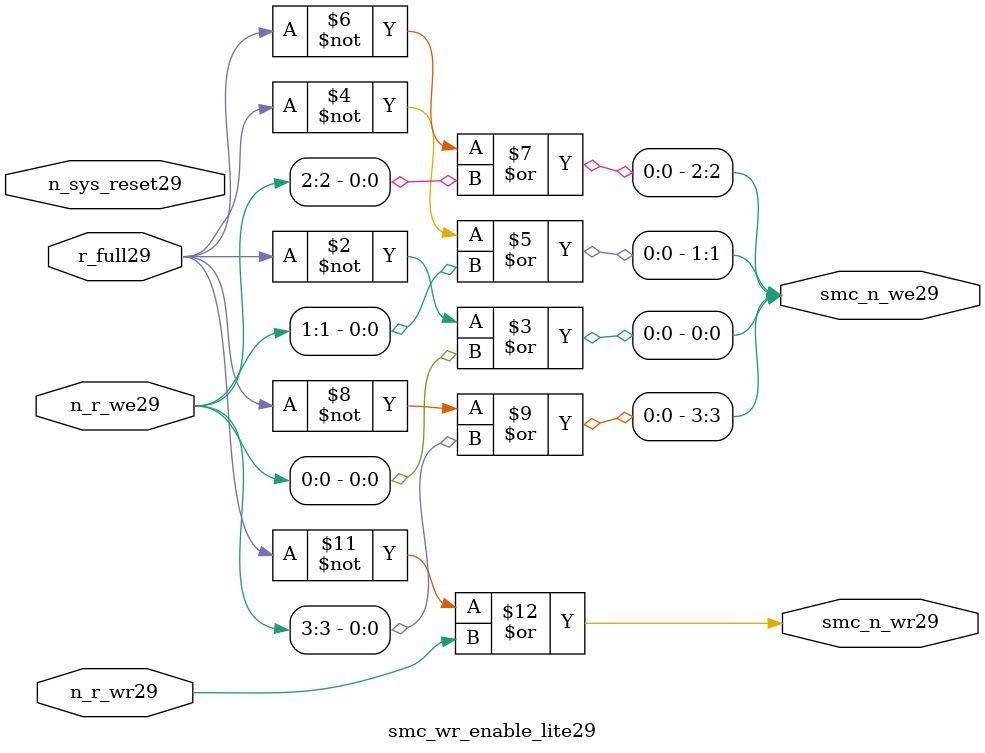
<source format=v>


  module smc_wr_enable_lite29 (

                      //inputs29                      

                      n_sys_reset29,
                      r_full29,
                      n_r_we29,
                      n_r_wr29,

                      //outputs29

                      smc_n_we29,
                      smc_n_wr29);

//I29/O29
   
   input             n_sys_reset29;   //system reset
   input             r_full29;    // Full cycle write strobe29
   input [3:0]       n_r_we29;    //write enable from smc_strobe29
   input             n_r_wr29;    //write strobe29 from smc_strobe29
   output [3:0]      smc_n_we29;  // write enable (active low29)
   output            smc_n_wr29;  // write strobe29 (active low29)
   
   
//output reg declaration29.
   
   reg [3:0]          smc_n_we29;
   reg                smc_n_wr29;

//----------------------------------------------------------------------
// negedge strobes29 with clock29.
//----------------------------------------------------------------------
      

//----------------------------------------------------------------------
      
//--------------------------------------------------------------------
// Gate29 Write strobes29 with clock29.
//--------------------------------------------------------------------

  always @(r_full29 or n_r_we29)
  
  begin
  
     smc_n_we29[0] = ((~r_full29  ) | n_r_we29[0] );

     smc_n_we29[1] = ((~r_full29  ) | n_r_we29[1] );

     smc_n_we29[2] = ((~r_full29  ) | n_r_we29[2] );

     smc_n_we29[3] = ((~r_full29  ) | n_r_we29[3] );

  
  end

//--------------------------------------------------------------------   
//write strobe29 generation29
//--------------------------------------------------------------------   

  always @(n_r_wr29 or r_full29 )
  
     begin
  
        smc_n_wr29 = ((~r_full29 ) | n_r_wr29 );
       
     end

endmodule // smc_wr_enable29


</source>
